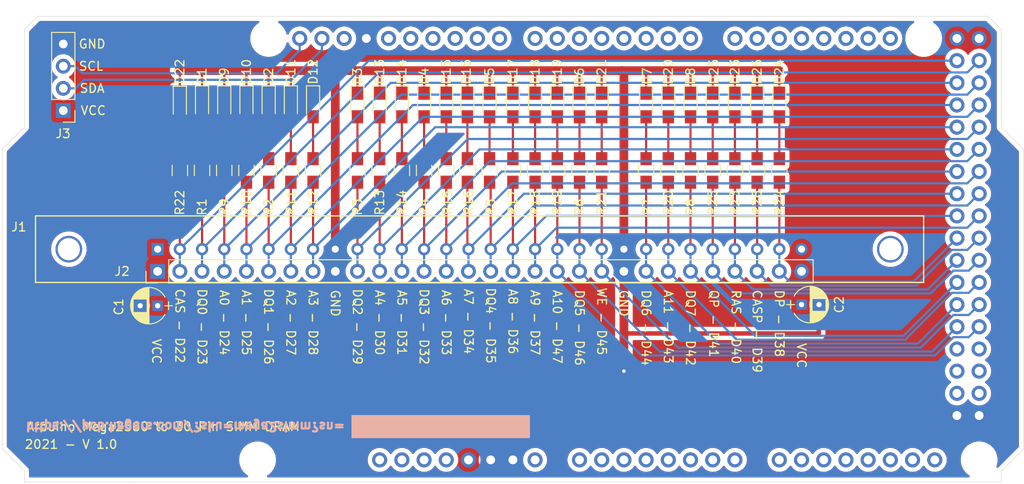
<source format=kicad_pcb>
(kicad_pcb (version 20171130) (host pcbnew "(5.1.9)-1")
  (layers (0 F.Cu signal) (31 B.Cu signal) (34 B.Paste user) (35 F.Paste user) (36 B.SilkS user) (37 F.SilkS user) (38 B.Mask user) (39 F.Mask user) (44 Edge.Cuts user))
  (net 0 "")
  (net 1 VCC)
  (net 2 GND)
  (net 3 CAS)
  (net 4 DQ0)
  (net 5 A0)
  (net 6 A1)
  (net 7 DQ1)
  (net 8 A2)
  (net 9 A3)
  (net 10 DQ2)
  (net 11 A4)
  (net 12 A5)
  (net 13 DQ3)
  (net 14 A6)
  (net 15 A7)
  (net 16 DQ4)
  (net 17 A8)
  (net 18 A9)
  (net 19 A10)
  (net 20 DQ5)
  (net 21 WE)
  (net 22 DQ6)
  (net 23 A11)
  (net 24 DQ7)
  (net 25 QP)
  (net 26 RAS)
  (net 27 CASP)
  (net 28 DP)
  (net 29 SDA1)
  (net 30 SCL1)
  (net 31 "Net-(U1-PadD53)")
  (net 32 "Net-(U1-PadD52)")
  (net 33 "Net-(U1-PadD51)")
  (net 34 "Net-(U1-PadD50)")
  (net 35 "Net-(U1-PadD49)")
  (net 36 "Net-(U1-PadD48)")
  (net 37 "Net-(U1-PadCANT)")
  (net 38 "Net-(U1-PadCANR)")
  (net 39 "Net-(U1-PadDAC1)")
  (net 40 "Net-(U1-PadDAC0)")
  (net 41 "Net-(U1-PadA11)")
  (net 42 "Net-(U1-PadA10)")
  (net 43 "Net-(U1-PadA9)")
  (net 44 "Net-(U1-PadA8)")
  (net 45 "Net-(U1-PadA7)")
  (net 46 "Net-(U1-PadA6)")
  (net 47 "Net-(U1-PadA5)")
  (net 48 "Net-(U1-PadA4)")
  (net 49 "Net-(U1-PadA3)")
  (net 50 "Net-(U1-PadA2)")
  (net 51 "Net-(U1-PadA1)")
  (net 52 "Net-(U1-PadD11)")
  (net 53 "Net-(U1-PadD12)")
  (net 54 "Net-(U1-PadD13)")
  (net 55 "Net-(U1-PadAREF)")
  (net 56 "Net-(U1-PadD10)")
  (net 57 "Net-(U1-PadD9)")
  (net 58 "Net-(U1-PadD8)")
  (net 59 "Net-(U1-PadD7)")
  (net 60 "Net-(U1-PadD6)")
  (net 61 "Net-(U1-PadD5)")
  (net 62 "Net-(U1-PadD4)")
  (net 63 "Net-(U1-PadD3)")
  (net 64 "Net-(U1-PadD2)")
  (net 65 "Net-(U1-PadD1)")
  (net 66 "Net-(U1-PadD0)")
  (net 67 "Net-(U1-PadD14)")
  (net 68 "Net-(U1-PadD15)")
  (net 69 "Net-(U1-PadD16)")
  (net 70 "Net-(U1-PadD17)")
  (net 71 "Net-(U1-PadD18)")
  (net 72 "Net-(U1-PadD19)")
  (net 73 "Net-(U1-PadD20)")
  (net 74 "Net-(U1-PadD21)")
  (net 75 "Net-(U1-PadIORF)")
  (net 76 "Net-(U1-PadRST1)")
  (net 77 "Net-(U1-Pad3V3)")
  (net 78 "Net-(U1-PadVIN)")
  (net 79 "Net-(U1-PadA0)")
  (net 80 "Net-(D1-Pad2)")
  (net 81 "Net-(D3-Pad2)")
  (net 82 "Net-(D5-Pad2)")
  (net 83 "Net-(D7-Pad2)")
  (net 84 "Net-(D9-Pad2)")
  (net 85 "Net-(D11-Pad2)")
  (net 86 "Net-(D13-Pad2)")
  (net 87 "Net-(D15-Pad2)")
  (net 88 "Net-(D18-Pad2)")
  (net 89 "Net-(D22-Pad2)")
  (net 90 "Net-(D25-Pad2)")
  (net 91 "Net-(D2-Pad2)")
  (net 92 "Net-(D4-Pad2)")
  (net 93 "Net-(D6-Pad2)")
  (net 94 "Net-(D8-Pad2)")
  (net 95 "Net-(D10-Pad2)")
  (net 96 "Net-(D12-Pad2)")
  (net 97 "Net-(D14-Pad2)")
  (net 98 "Net-(D16-Pad2)")
  (net 99 "Net-(D17-Pad2)")
  (net 100 "Net-(D19-Pad2)")
  (net 101 "Net-(D20-Pad2)")
  (net 102 "Net-(D21-Pad2)")
  (net 103 "Net-(D23-Pad2)")
  (net 104 "Net-(D24-Pad2)")
  (net 105 "Net-(D26-Pad2)")
  (module Resistors_SMD:R_0805_HandSoldering (layer F.Cu) (at 187.325 91.313 90)
    (fp_text reference R26 (at -3.683 0 90) (layer F.SilkS))
    (fp_text value R)
    (pad 1 smd rect (at -1.35 0 90) (size 1.5 1.3) (layers F.Cu F.Paste F.Mask) (net 27 CASP))
    (pad 2 smd rect (at 1.35 0 90) (size 1.5 1.3) (layers F.Cu F.Paste F.Mask) (net 105 "Net-(D26-Pad2)"))
  )
  (module Resistors_SMD:R_0805_HandSoldering (layer F.Cu) (at 189.865 91.313 90)
    (fp_text reference R24 (at -3.683 0 90) (layer F.SilkS))
    (fp_text value R)
    (pad 1 smd rect (at -1.35 0 90) (size 1.5 1.3) (layers F.Cu F.Paste F.Mask) (net 28 DP))
    (pad 2 smd rect (at 1.35 0 90) (size 1.5 1.3) (layers F.Cu F.Paste F.Mask) (net 104 "Net-(D24-Pad2)"))
  )
  (module Resistors_SMD:R_0805_HandSoldering (layer F.Cu) (at 184.785 91.313 90)
    (fp_text reference R23 (at -3.683 0 90) (layer F.SilkS))
    (fp_text value R)
    (pad 1 smd rect (at -1.35 0 90) (size 1.5 1.3) (layers F.Cu F.Paste F.Mask) (net 26 RAS))
    (pad 2 smd rect (at 1.35 0 90) (size 1.5 1.3) (layers F.Cu F.Paste F.Mask) (net 103 "Net-(D23-Pad2)"))
  )
  (module Resistors_SMD:R_0805_HandSoldering (layer F.Cu) (at 169.545 91.313 90)
    (fp_text reference R21 (at -3.683 0 90) (layer F.SilkS))
    (fp_text value R)
    (pad 1 smd rect (at -1.35 0 90) (size 1.5 1.3) (layers F.Cu F.Paste F.Mask) (net 21 WE))
    (pad 2 smd rect (at 1.35 0 90) (size 1.5 1.3) (layers F.Cu F.Paste F.Mask) (net 102 "Net-(D21-Pad2)"))
  )
  (module Resistors_SMD:R_0805_HandSoldering (layer F.Cu) (at 177.165 91.313 90)
    (fp_text reference R20 (at -3.683 0 90) (layer F.SilkS))
    (fp_text value R)
    (pad 1 smd rect (at -1.35 0 90) (size 1.5 1.3) (layers F.Cu F.Paste F.Mask) (net 23 A11))
    (pad 2 smd rect (at 1.35 0 90) (size 1.5 1.3) (layers F.Cu F.Paste F.Mask) (net 101 "Net-(D20-Pad2)"))
  )
  (module Resistors_SMD:R_0805_HandSoldering (layer F.Cu) (at 164.465 91.313 90)
    (fp_text reference R19 (at -3.683 0 90) (layer F.SilkS))
    (fp_text value R)
    (pad 1 smd rect (at -1.35 0 90) (size 1.5 1.3) (layers F.Cu F.Paste F.Mask) (net 19 A10))
    (pad 2 smd rect (at 1.35 0 90) (size 1.5 1.3) (layers F.Cu F.Paste F.Mask) (net 100 "Net-(D19-Pad2)"))
  )
  (module Resistors_SMD:R_0805_HandSoldering (layer F.Cu) (at 159.385 91.313 90)
    (fp_text reference R17 (at -3.683 0 90) (layer F.SilkS))
    (fp_text value R)
    (pad 1 smd rect (at -1.35 0 90) (size 1.5 1.3) (layers F.Cu F.Paste F.Mask) (net 17 A8))
    (pad 2 smd rect (at 1.35 0 90) (size 1.5 1.3) (layers F.Cu F.Paste F.Mask) (net 99 "Net-(D17-Pad2)"))
  )
  (module Resistors_SMD:R_0805_HandSoldering (layer F.Cu) (at 154.178 91.313 90)
    (fp_text reference R16 (at -3.683 0.127 90) (layer F.SilkS))
    (fp_text value R)
    (pad 1 smd rect (at -1.35 0 90) (size 1.5 1.3) (layers F.Cu F.Paste F.Mask) (net 15 A7))
    (pad 2 smd rect (at 1.35 0 90) (size 1.5 1.3) (layers F.Cu F.Paste F.Mask) (net 98 "Net-(D16-Pad2)"))
  )
  (module Resistors_SMD:R_0805_HandSoldering (layer F.Cu) (at 146.685 91.313 90)
    (fp_text reference R14 (at -3.683 0 90) (layer F.SilkS))
    (fp_text value R)
    (pad 1 smd rect (at -1.35 0 90) (size 1.5 1.3) (layers F.Cu F.Paste F.Mask) (net 12 A5))
    (pad 2 smd rect (at 1.35 0 90) (size 1.5 1.3) (layers F.Cu F.Paste F.Mask) (net 97 "Net-(D14-Pad2)"))
  )
  (module Resistors_SMD:R_0805_HandSoldering (layer F.Cu) (at 136.525 91.313 90)
    (fp_text reference R12 (at -3.683 0 90) (layer F.SilkS))
    (fp_text value R)
    (pad 1 smd rect (at -1.35 0 90) (size 1.5 1.3) (layers F.Cu F.Paste F.Mask) (net 9 A3))
    (pad 2 smd rect (at 1.35 0 90) (size 1.5 1.3) (layers F.Cu F.Paste F.Mask) (net 96 "Net-(D12-Pad2)"))
  )
  (module Resistors_SMD:R_0805_HandSoldering (layer F.Cu) (at 128.905 91.313 90)
    (fp_text reference R10 (at -3.683 0 90) (layer F.SilkS))
    (fp_text value R)
    (pad 1 smd rect (at -1.35 0 90) (size 1.5 1.3) (layers F.Cu F.Paste F.Mask) (net 6 A1))
    (pad 2 smd rect (at 1.35 0 90) (size 1.5 1.3) (layers F.Cu F.Paste F.Mask) (net 95 "Net-(D10-Pad2)"))
  )
  (module Resistors_SMD:R_0805_HandSoldering (layer F.Cu) (at 179.705 91.313 90)
    (fp_text reference R8 (at -4.191 0 90) (layer F.SilkS))
    (fp_text value R)
    (pad 1 smd rect (at -1.35 0 90) (size 1.5 1.3) (layers F.Cu F.Paste F.Mask) (net 24 DQ7))
    (pad 2 smd rect (at 1.35 0 90) (size 1.5 1.3) (layers F.Cu F.Paste F.Mask) (net 94 "Net-(D8-Pad2)"))
  )
  (module Resistors_SMD:R_0805_HandSoldering (layer F.Cu) (at 167.005 91.313 90)
    (fp_text reference R6 (at -4.191 0 90) (layer F.SilkS))
    (fp_text value R)
    (pad 1 smd rect (at -1.35 0 90) (size 1.5 1.3) (layers F.Cu F.Paste F.Mask) (net 20 DQ5))
    (pad 2 smd rect (at 1.35 0 90) (size 1.5 1.3) (layers F.Cu F.Paste F.Mask) (net 93 "Net-(D6-Pad2)"))
  )
  (module Resistors_SMD:R_0805_HandSoldering (layer F.Cu) (at 149.225 91.313 90)
    (fp_text reference R4 (at -4.191 0 90) (layer F.SilkS))
    (fp_text value R)
    (pad 1 smd rect (at -1.35 0 90) (size 1.5 1.3) (layers F.Cu F.Paste F.Mask) (net 13 DQ3))
    (pad 2 smd rect (at 1.35 0 90) (size 1.5 1.3) (layers F.Cu F.Paste F.Mask) (net 92 "Net-(D4-Pad2)"))
  )
  (module Resistors_SMD:R_0805_HandSoldering (layer F.Cu) (at 131.445 91.313 90)
    (fp_text reference R2 (at -4.191 0 90) (layer F.SilkS))
    (fp_text value R)
    (pad 1 smd rect (at -1.35 0 90) (size 1.5 1.3) (layers F.Cu F.Paste F.Mask) (net 7 DQ1))
    (pad 2 smd rect (at 1.35 0 90) (size 1.5 1.3) (layers F.Cu F.Paste F.Mask) (net 91 "Net-(D2-Pad2)"))
  )
  (module LEDs:LED_0805_HandSoldering (layer F.Cu) (at 187.325 83.82 270)
    (fp_text reference D26 (at -3.81 0 90) (layer F.SilkS))
    (fp_text value LED)
    (pad 1 smd rect (at -1.35 0 270) (size 1.5 1.3) (layers F.Cu F.Paste F.Mask) (net 2 GND))
    (pad 2 smd rect (at 1.35 0 270) (size 1.5 1.3) (layers F.Cu F.Paste F.Mask) (net 105 "Net-(D26-Pad2)"))
  )
  (module LEDs:LED_0805_HandSoldering (layer F.Cu) (at 189.865 83.82 270)
    (fp_text reference D24 (at -3.81 0 90) (layer F.SilkS))
    (fp_text value LED)
    (pad 1 smd rect (at -1.35 0 270) (size 1.5 1.3) (layers F.Cu F.Paste F.Mask) (net 2 GND))
    (pad 2 smd rect (at 1.35 0 270) (size 1.5 1.3) (layers F.Cu F.Paste F.Mask) (net 104 "Net-(D24-Pad2)"))
  )
  (module LEDs:LED_0805_HandSoldering (layer F.Cu) (at 184.785 83.82 270)
    (fp_text reference D23 (at -3.81 0 90) (layer F.SilkS))
    (fp_text value LED)
    (pad 1 smd rect (at -1.35 0 270) (size 1.5 1.3) (layers F.Cu F.Paste F.Mask) (net 2 GND))
    (pad 2 smd rect (at 1.35 0 270) (size 1.5 1.3) (layers F.Cu F.Paste F.Mask) (net 103 "Net-(D23-Pad2)"))
  )
  (module LEDs:LED_0805_HandSoldering (layer F.Cu) (at 169.545 83.82 270)
    (fp_text reference D21 (at -3.81 0 90) (layer F.SilkS))
    (fp_text value LED)
    (pad 1 smd rect (at -1.35 0 270) (size 1.5 1.3) (layers F.Cu F.Paste F.Mask) (net 2 GND))
    (pad 2 smd rect (at 1.35 0 270) (size 1.5 1.3) (layers F.Cu F.Paste F.Mask) (net 102 "Net-(D21-Pad2)"))
  )
  (module LEDs:LED_0805_HandSoldering (layer F.Cu) (at 177.165 83.82 270)
    (fp_text reference D20 (at -3.81 0 90) (layer F.SilkS))
    (fp_text value LED)
    (pad 1 smd rect (at -1.35 0 270) (size 1.5 1.3) (layers F.Cu F.Paste F.Mask) (net 2 GND))
    (pad 2 smd rect (at 1.35 0 270) (size 1.5 1.3) (layers F.Cu F.Paste F.Mask) (net 101 "Net-(D20-Pad2)"))
  )
  (module LEDs:LED_0805_HandSoldering (layer F.Cu) (at 164.465 83.82 270)
    (fp_text reference D19 (at -3.81 0 90) (layer F.SilkS))
    (fp_text value LED)
    (pad 1 smd rect (at -1.35 0 270) (size 1.5 1.3) (layers F.Cu F.Paste F.Mask) (net 2 GND))
    (pad 2 smd rect (at 1.35 0 270) (size 1.5 1.3) (layers F.Cu F.Paste F.Mask) (net 100 "Net-(D19-Pad2)"))
  )
  (module LEDs:LED_0805_HandSoldering (layer F.Cu) (at 159.385 83.82 270)
    (fp_text reference D17 (at -3.81 0 90) (layer F.SilkS))
    (fp_text value LED)
    (pad 1 smd rect (at -1.35 0 270) (size 1.5 1.3) (layers F.Cu F.Paste F.Mask) (net 2 GND))
    (pad 2 smd rect (at 1.35 0 270) (size 1.5 1.3) (layers F.Cu F.Paste F.Mask) (net 99 "Net-(D17-Pad2)"))
  )
  (module LEDs:LED_0805_HandSoldering (layer F.Cu) (at 154.178 83.82 270)
    (fp_text reference D16 (at -3.81 0.127 90) (layer F.SilkS))
    (fp_text value LED)
    (pad 1 smd rect (at -1.35 0 270) (size 1.5 1.3) (layers F.Cu F.Paste F.Mask) (net 2 GND))
    (pad 2 smd rect (at 1.35 0 270) (size 1.5 1.3) (layers F.Cu F.Paste F.Mask) (net 98 "Net-(D16-Pad2)"))
  )
  (module LEDs:LED_0805_HandSoldering (layer F.Cu) (at 146.685 83.82 270)
    (fp_text reference D14 (at -3.81 0 90) (layer F.SilkS))
    (fp_text value LED)
    (pad 1 smd rect (at -1.35 0 270) (size 1.5 1.3) (layers F.Cu F.Paste F.Mask) (net 2 GND))
    (pad 2 smd rect (at 1.35 0 270) (size 1.5 1.3) (layers F.Cu F.Paste F.Mask) (net 97 "Net-(D14-Pad2)"))
  )
  (module LEDs:LED_0805_HandSoldering (layer F.Cu) (at 136.525 83.82 270)
    (fp_text reference D12 (at -3.81 0 90) (layer F.SilkS))
    (fp_text value LED)
    (pad 1 smd rect (at -1.35 0 270) (size 1.5 1.3) (layers F.Cu F.Paste F.Mask) (net 2 GND))
    (pad 2 smd rect (at 1.35 0 270) (size 1.5 1.3) (layers F.Cu F.Paste F.Mask) (net 96 "Net-(D12-Pad2)"))
  )
  (module LEDs:LED_0805_HandSoldering (layer F.Cu) (at 128.905 83.82 270)
    (fp_text reference D10 (at -3.81 0 90) (layer F.SilkS))
    (fp_text value LED)
    (pad 1 smd rect (at -1.35 0 270) (size 1.5 1.3) (layers F.Cu F.Paste F.Mask) (net 2 GND))
    (pad 2 smd rect (at 1.35 0 270) (size 1.5 1.3) (layers F.Cu F.Paste F.Mask) (net 95 "Net-(D10-Pad2)"))
  )
  (module LEDs:LED_0805_HandSoldering (layer F.Cu) (at 179.705 83.82 270)
    (fp_text reference D8 (at -3.302 0 90) (layer F.SilkS))
    (fp_text value LED)
    (pad 1 smd rect (at -1.35 0 270) (size 1.5 1.3) (layers F.Cu F.Paste F.Mask) (net 2 GND))
    (pad 2 smd rect (at 1.35 0 270) (size 1.5 1.3) (layers F.Cu F.Paste F.Mask) (net 94 "Net-(D8-Pad2)"))
  )
  (module LEDs:LED_0805_HandSoldering (layer F.Cu) (at 167.005 83.82 270)
    (fp_text reference D6 (at -3.302 0 90) (layer F.SilkS))
    (fp_text value LED)
    (pad 1 smd rect (at -1.35 0 270) (size 1.5 1.3) (layers F.Cu F.Paste F.Mask) (net 2 GND))
    (pad 2 smd rect (at 1.35 0 270) (size 1.5 1.3) (layers F.Cu F.Paste F.Mask) (net 93 "Net-(D6-Pad2)"))
  )
  (module LEDs:LED_0805_HandSoldering (layer F.Cu) (at 149.225 83.82 270)
    (fp_text reference D4 (at -3.302 0 90) (layer F.SilkS))
    (fp_text value LED)
    (pad 1 smd rect (at -1.35 0 270) (size 1.5 1.3) (layers F.Cu F.Paste F.Mask) (net 2 GND))
    (pad 2 smd rect (at 1.35 0 270) (size 1.5 1.3) (layers F.Cu F.Paste F.Mask) (net 92 "Net-(D4-Pad2)"))
  )
  (module LEDs:LED_0805_HandSoldering (layer F.Cu) (at 131.445 83.82 270)
    (fp_text reference D2 (at -3.302 0 90) (layer F.SilkS))
    (fp_text value LED)
    (pad 1 smd rect (at -1.35 0 270) (size 1.5 1.3) (layers F.Cu F.Paste F.Mask) (net 2 GND))
    (pad 2 smd rect (at 1.35 0 270) (size 1.5 1.3) (layers F.Cu F.Paste F.Mask) (net 91 "Net-(D2-Pad2)"))
  )
  (module Resistors_SMD:R_0805_HandSoldering (layer F.Cu) (at 182.245 91.313 90)
    (fp_text reference R25 (at -3.683 0 90) (layer F.SilkS))
    (fp_text value R)
    (pad 1 smd rect (at -1.35 0 90) (size 1.5 1.3) (layers F.Cu F.Paste F.Mask) (net 25 QP))
    (pad 2 smd rect (at 1.35 0 90) (size 1.5 1.3) (layers F.Cu F.Paste F.Mask) (net 90 "Net-(D25-Pad2)"))
  )
  (module Resistors_SMD:R_0805_HandSoldering (layer F.Cu) (at 121.285 91.313 90)
    (fp_text reference R22 (at -3.683 0 90) (layer F.SilkS))
    (fp_text value R)
    (pad 1 smd rect (at -1.35 0 90) (size 1.5 1.3) (layers F.Cu F.Paste F.Mask) (net 3 CAS))
    (pad 2 smd rect (at 1.35 0 90) (size 1.5 1.3) (layers F.Cu F.Paste F.Mask) (net 89 "Net-(D22-Pad2)"))
  )
  (module Resistors_SMD:R_0805_HandSoldering (layer F.Cu) (at 161.925 91.313 90)
    (fp_text reference R18 (at -3.683 0 90) (layer F.SilkS))
    (fp_text value R)
    (pad 1 smd rect (at -1.35 0 90) (size 1.5 1.3) (layers F.Cu F.Paste F.Mask) (net 18 A9))
    (pad 2 smd rect (at 1.35 0 90) (size 1.5 1.3) (layers F.Cu F.Paste F.Mask) (net 88 "Net-(D18-Pad2)"))
  )
  (module Resistors_SMD:R_0805_HandSoldering (layer F.Cu) (at 151.765 91.313 90)
    (fp_text reference R15 (at -3.683 0.127 90) (layer F.SilkS))
    (fp_text value R)
    (pad 1 smd rect (at -1.35 0 90) (size 1.5 1.3) (layers F.Cu F.Paste F.Mask) (net 14 A6))
    (pad 2 smd rect (at 1.35 0 90) (size 1.5 1.3) (layers F.Cu F.Paste F.Mask) (net 87 "Net-(D15-Pad2)"))
  )
  (module Resistors_SMD:R_0805_HandSoldering (layer F.Cu) (at 144.145 91.313 90)
    (fp_text reference R13 (at -3.683 0 90) (layer F.SilkS))
    (fp_text value R)
    (pad 1 smd rect (at -1.35 0 90) (size 1.5 1.3) (layers F.Cu F.Paste F.Mask) (net 11 A4))
    (pad 2 smd rect (at 1.35 0 90) (size 1.5 1.3) (layers F.Cu F.Paste F.Mask) (net 86 "Net-(D13-Pad2)"))
  )
  (module Resistors_SMD:R_0805_HandSoldering (layer F.Cu) (at 133.985 91.313 90)
    (fp_text reference R11 (at -3.683 0 90) (layer F.SilkS))
    (fp_text value R)
    (pad 1 smd rect (at -1.35 0 90) (size 1.5 1.3) (layers F.Cu F.Paste F.Mask) (net 8 A2))
    (pad 2 smd rect (at 1.35 0 90) (size 1.5 1.3) (layers F.Cu F.Paste F.Mask) (net 85 "Net-(D11-Pad2)"))
  )
  (module Resistors_SMD:R_0805_HandSoldering (layer F.Cu) (at 126.365 91.313 90)
    (fp_text reference R9 (at -4.191 0 90) (layer F.SilkS))
    (fp_text value R)
    (pad 1 smd rect (at -1.35 0 90) (size 1.5 1.3) (layers F.Cu F.Paste F.Mask) (net 5 A0))
    (pad 2 smd rect (at 1.35 0 90) (size 1.5 1.3) (layers F.Cu F.Paste F.Mask) (net 84 "Net-(D9-Pad2)"))
  )
  (module Resistors_SMD:R_0805_HandSoldering (layer F.Cu) (at 174.625 91.313 90)
    (fp_text reference R7 (at -4.191 0.127 90) (layer F.SilkS))
    (fp_text value R)
    (pad 1 smd rect (at -1.35 0 90) (size 1.5 1.3) (layers F.Cu F.Paste F.Mask) (net 22 DQ6))
    (pad 2 smd rect (at 1.35 0 90) (size 1.5 1.3) (layers F.Cu F.Paste F.Mask) (net 83 "Net-(D7-Pad2)"))
  )
  (module Resistors_SMD:R_0805_HandSoldering (layer F.Cu) (at 156.718 91.313 90)
    (fp_text reference R5 (at -4.191 0.127 90) (layer F.SilkS))
    (fp_text value R)
    (pad 1 smd rect (at -1.35 0 90) (size 1.5 1.3) (layers F.Cu F.Paste F.Mask) (net 16 DQ4))
    (pad 2 smd rect (at 1.35 0 90) (size 1.5 1.3) (layers F.Cu F.Paste F.Mask) (net 82 "Net-(D5-Pad2)"))
  )
  (module Resistors_SMD:R_0805_HandSoldering (layer F.Cu) (at 141.605 91.313 90)
    (fp_text reference R3 (at -4.191 0 90) (layer F.SilkS))
    (fp_text value R)
    (pad 1 smd rect (at -1.35 0 90) (size 1.5 1.3) (layers F.Cu F.Paste F.Mask) (net 10 DQ2))
    (pad 2 smd rect (at 1.35 0 90) (size 1.5 1.3) (layers F.Cu F.Paste F.Mask) (net 81 "Net-(D3-Pad2)"))
  )
  (module Resistors_SMD:R_0805_HandSoldering (layer F.Cu) (at 123.825 91.313 90)
    (fp_text reference R1 (at -4.191 0 90) (layer F.SilkS))
    (fp_text value R)
    (pad 1 smd rect (at -1.35 0 90) (size 1.5 1.3) (layers F.Cu F.Paste F.Mask) (net 4 DQ0))
    (pad 2 smd rect (at 1.35 0 90) (size 1.5 1.3) (layers F.Cu F.Paste F.Mask) (net 80 "Net-(D1-Pad2)"))
  )
  (module LEDs:LED_0805_HandSoldering (layer F.Cu) (at 182.245 83.82 270)
    (fp_text reference D25 (at -3.81 -0.127 90) (layer F.SilkS))
    (fp_text value LED)
    (pad 1 smd rect (at -1.35 0 270) (size 1.5 1.3) (layers F.Cu F.Paste F.Mask) (net 2 GND))
    (pad 2 smd rect (at 1.35 0 270) (size 1.5 1.3) (layers F.Cu F.Paste F.Mask) (net 90 "Net-(D25-Pad2)"))
  )
  (module LEDs:LED_0805_HandSoldering (layer F.Cu) (at 121.285 83.867 270)
    (fp_text reference D22 (at -3.857 0 90) (layer F.SilkS))
    (fp_text value LED)
    (pad 1 smd rect (at -1.35 0 270) (size 1.5 1.3) (layers F.Cu F.Paste F.Mask) (net 2 GND))
    (pad 2 smd rect (at 1.35 0 270) (size 1.5 1.3) (layers F.Cu F.Paste F.Mask) (net 89 "Net-(D22-Pad2)"))
  )
  (module LEDs:LED_0805_HandSoldering (layer F.Cu) (at 161.925 83.82 270)
    (fp_text reference D18 (at -3.81 0 90) (layer F.SilkS))
    (fp_text value LED)
    (pad 1 smd rect (at -1.35 0 270) (size 1.5 1.3) (layers F.Cu F.Paste F.Mask) (net 2 GND))
    (pad 2 smd rect (at 1.35 0 270) (size 1.5 1.3) (layers F.Cu F.Paste F.Mask) (net 88 "Net-(D18-Pad2)"))
  )
  (module LEDs:LED_0805_HandSoldering (layer F.Cu) (at 151.765 83.82 270)
    (fp_text reference D15 (at -3.81 0 90) (layer F.SilkS))
    (fp_text value LED)
    (pad 1 smd rect (at -1.35 0 270) (size 1.5 1.3) (layers F.Cu F.Paste F.Mask) (net 2 GND))
    (pad 2 smd rect (at 1.35 0 270) (size 1.5 1.3) (layers F.Cu F.Paste F.Mask) (net 87 "Net-(D15-Pad2)"))
  )
  (module LEDs:LED_0805_HandSoldering (layer F.Cu) (at 144.145 83.82 270)
    (fp_text reference D13 (at -3.81 0 90) (layer F.SilkS))
    (fp_text value LED)
    (pad 1 smd rect (at -1.35 0 270) (size 1.5 1.3) (layers F.Cu F.Paste F.Mask) (net 2 GND))
    (pad 2 smd rect (at 1.35 0 270) (size 1.5 1.3) (layers F.Cu F.Paste F.Mask) (net 86 "Net-(D13-Pad2)"))
  )
  (module LEDs:LED_0805_HandSoldering (layer F.Cu) (at 133.985 83.82 270)
    (fp_text reference D11 (at -3.81 0 90) (layer F.SilkS))
    (fp_text value LED)
    (pad 1 smd rect (at -1.35 0 270) (size 1.5 1.3) (layers F.Cu F.Paste F.Mask) (net 2 GND))
    (pad 2 smd rect (at 1.35 0 270) (size 1.5 1.3) (layers F.Cu F.Paste F.Mask) (net 85 "Net-(D11-Pad2)"))
  )
  (module LEDs:LED_0805_HandSoldering (layer F.Cu) (at 126.365 83.82 270)
    (fp_text reference D9 (at -3.302 0 90) (layer F.SilkS))
    (fp_text value LED)
    (pad 1 smd rect (at -1.35 0 270) (size 1.5 1.3) (layers F.Cu F.Paste F.Mask) (net 2 GND))
    (pad 2 smd rect (at 1.35 0 270) (size 1.5 1.3) (layers F.Cu F.Paste F.Mask) (net 84 "Net-(D9-Pad2)"))
  )
  (module LEDs:LED_0805_HandSoldering (layer F.Cu) (at 174.625 83.82 270)
    (fp_text reference D7 (at -3.302 -0.127 90) (layer F.SilkS))
    (fp_text value LED)
    (pad 1 smd rect (at -1.35 0 270) (size 1.5 1.3) (layers F.Cu F.Paste F.Mask) (net 2 GND))
    (pad 2 smd rect (at 1.35 0 270) (size 1.5 1.3) (layers F.Cu F.Paste F.Mask) (net 83 "Net-(D7-Pad2)"))
  )
  (module LEDs:LED_0805_HandSoldering (layer F.Cu) (at 156.718 83.82 270)
    (fp_text reference D5 (at -3.302 0 90) (layer F.SilkS))
    (fp_text value LED)
    (pad 1 smd rect (at -1.35 0 270) (size 1.5 1.3) (layers F.Cu F.Paste F.Mask) (net 2 GND))
    (pad 2 smd rect (at 1.35 0 270) (size 1.5 1.3) (layers F.Cu F.Paste F.Mask) (net 82 "Net-(D5-Pad2)"))
  )
  (module LEDs:LED_0805_HandSoldering (layer F.Cu) (at 141.605 83.82 270)
    (fp_text reference D3 (at -3.302 0 90) (layer F.SilkS))
    (fp_text value LED)
    (pad 1 smd rect (at -1.35 0 270) (size 1.5 1.3) (layers F.Cu F.Paste F.Mask) (net 2 GND))
    (pad 2 smd rect (at 1.35 0 270) (size 1.5 1.3) (layers F.Cu F.Paste F.Mask) (net 81 "Net-(D3-Pad2)"))
  )
  (module LEDs:LED_0805_HandSoldering (layer F.Cu) (at 123.825 83.82 270)
    (fp_text reference D1 (at -3.302 0 90) (layer F.SilkS))
    (fp_text value LED)
    (pad 1 smd rect (at -1.35 0 270) (size 1.5 1.3) (layers F.Cu F.Paste F.Mask) (net 2 GND))
    (pad 2 smd rect (at 1.35 0 270) (size 1.5 1.3) (layers F.Cu F.Paste F.Mask) (net 80 "Net-(D1-Pad2)"))
  )
  (module Sebs:Arduino_Due_Shield (layer F.Cu) (at 116.205 127)
    (fp_text reference U1 hide)
    (fp_text value Mega2560r3_expansion)
    (pad GND6 thru_hole oval (at 96.52 -7.62) (size 1.7272 1.7272) (drill 1.016) (layers *.Cu *.Mask) (net 2 GND))
    (pad GND5 thru_hole oval (at 93.98 -7.62) (size 1.7272 1.7272) (drill 1.016) (layers *.Cu *.Mask) (net 2 GND))
    (pad D53 thru_hole oval (at 96.52 -10.16) (size 1.7272 1.7272) (drill 1.016) (layers *.Cu *.Mask) (net 31 "Net-(U1-PadD53)"))
    (pad D52 thru_hole oval (at 93.98 -10.16) (size 1.7272 1.7272) (drill 1.016) (layers *.Cu *.Mask) (net 32 "Net-(U1-PadD52)"))
    (pad D51 thru_hole oval (at 96.52 -12.7) (size 1.7272 1.7272) (drill 1.016) (layers *.Cu *.Mask) (net 33 "Net-(U1-PadD51)"))
    (pad D50 thru_hole oval (at 93.98 -12.7) (size 1.7272 1.7272) (drill 1.016) (layers *.Cu *.Mask) (net 34 "Net-(U1-PadD50)"))
    (pad D49 thru_hole oval (at 96.52 -15.24) (size 1.7272 1.7272) (drill 1.016) (layers *.Cu *.Mask) (net 35 "Net-(U1-PadD49)"))
    (pad D48 thru_hole oval (at 93.98 -15.24) (size 1.7272 1.7272) (drill 1.016) (layers *.Cu *.Mask) (net 36 "Net-(U1-PadD48)"))
    (pad D47 thru_hole oval (at 96.52 -17.78) (size 1.7272 1.7272) (drill 1.016) (layers *.Cu *.Mask) (net 19 A10))
    (pad D46 thru_hole oval (at 93.98 -17.78) (size 1.7272 1.7272) (drill 1.016) (layers *.Cu *.Mask) (net 20 DQ5))
    (pad D45 thru_hole oval (at 96.52 -20.32) (size 1.7272 1.7272) (drill 1.016) (layers *.Cu *.Mask) (net 21 WE))
    (pad D44 thru_hole oval (at 93.98 -20.32) (size 1.7272 1.7272) (drill 1.016) (layers *.Cu *.Mask) (net 22 DQ6))
    (pad D43 thru_hole oval (at 96.52 -22.86) (size 1.7272 1.7272) (drill 1.016) (layers *.Cu *.Mask) (net 23 A11))
    (pad D42 thru_hole oval (at 93.98 -22.86) (size 1.7272 1.7272) (drill 1.016) (layers *.Cu *.Mask) (net 24 DQ7))
    (pad D41 thru_hole oval (at 96.52 -25.4) (size 1.7272 1.7272) (drill 1.016) (layers *.Cu *.Mask) (net 25 QP))
    (pad D40 thru_hole oval (at 93.98 -25.4) (size 1.7272 1.7272) (drill 1.016) (layers *.Cu *.Mask) (net 26 RAS))
    (pad D39 thru_hole oval (at 96.52 -27.94) (size 1.7272 1.7272) (drill 1.016) (layers *.Cu *.Mask) (net 27 CASP))
    (pad D38 thru_hole oval (at 93.98 -27.94) (size 1.7272 1.7272) (drill 1.016) (layers *.Cu *.Mask) (net 28 DP))
    (pad D37 thru_hole oval (at 96.52 -30.48) (size 1.7272 1.7272) (drill 1.016) (layers *.Cu *.Mask) (net 18 A9))
    (pad D36 thru_hole oval (at 93.98 -30.48) (size 1.7272 1.7272) (drill 1.016) (layers *.Cu *.Mask) (net 17 A8))
    (pad D35 thru_hole oval (at 96.52 -33.02) (size 1.7272 1.7272) (drill 1.016) (layers *.Cu *.Mask) (net 16 DQ4))
    (pad D34 thru_hole oval (at 93.98 -33.02) (size 1.7272 1.7272) (drill 1.016) (layers *.Cu *.Mask) (net 15 A7))
    (pad D33 thru_hole oval (at 96.52 -35.56) (size 1.7272 1.7272) (drill 1.016) (layers *.Cu *.Mask) (net 14 A6))
    (pad D32 thru_hole oval (at 93.98 -35.56) (size 1.7272 1.7272) (drill 1.016) (layers *.Cu *.Mask) (net 13 DQ3))
    (pad D31 thru_hole oval (at 96.52 -38.1) (size 1.7272 1.7272) (drill 1.016) (layers *.Cu *.Mask) (net 12 A5))
    (pad D30 thru_hole oval (at 93.98 -38.1) (size 1.7272 1.7272) (drill 1.016) (layers *.Cu *.Mask) (net 11 A4))
    (pad D29 thru_hole oval (at 96.52 -40.64) (size 1.7272 1.7272) (drill 1.016) (layers *.Cu *.Mask) (net 10 DQ2))
    (pad D28 thru_hole oval (at 93.98 -40.64) (size 1.7272 1.7272) (drill 1.016) (layers *.Cu *.Mask) (net 9 A3))
    (pad D27 thru_hole oval (at 96.52 -43.18) (size 1.7272 1.7272) (drill 1.016) (layers *.Cu *.Mask) (net 8 A2))
    (pad D26 thru_hole oval (at 93.98 -43.18) (size 1.7272 1.7272) (drill 1.016) (layers *.Cu *.Mask) (net 7 DQ1))
    (pad D25 thru_hole oval (at 96.52 -45.72) (size 1.7272 1.7272) (drill 1.016) (layers *.Cu *.Mask) (net 6 A1))
    (pad D24 thru_hole oval (at 93.98 -45.72) (size 1.7272 1.7272) (drill 1.016) (layers *.Cu *.Mask) (net 5 A0))
    (pad D23 thru_hole oval (at 96.52 -48.26) (size 1.7272 1.7272) (drill 1.016) (layers *.Cu *.Mask) (net 4 DQ0))
    (pad D22 thru_hole oval (at 93.98 -48.26) (size 1.7272 1.7272) (drill 1.016) (layers *.Cu *.Mask) (net 3 CAS))
    (pad 5V4 thru_hole oval (at 96.52 -50.8) (size 1.7272 1.7272) (drill 1.016) (layers *.Cu *.Mask) (net 1 VCC))
    (pad 5V3 thru_hole oval (at 93.98 -50.8) (size 1.7272 1.7272) (drill 1.016) (layers *.Cu *.Mask) (net 1 VCC))
    (pad CANT thru_hole oval (at 91.44 -2.54) (size 1.7272 1.7272) (drill 1.016) (layers *.Cu *.Mask) (net 37 "Net-(U1-PadCANT)"))
    (pad CANR thru_hole oval (at 88.9 -2.54) (size 1.7272 1.7272) (drill 1.016) (layers *.Cu *.Mask) (net 38 "Net-(U1-PadCANR)"))
    (pad DAC1 thru_hole oval (at 86.36 -2.54) (size 1.7272 1.7272) (drill 1.016) (layers *.Cu *.Mask) (net 39 "Net-(U1-PadDAC1)"))
    (pad DAC0 thru_hole oval (at 83.82 -2.54) (size 1.7272 1.7272) (drill 1.016) (layers *.Cu *.Mask) (net 40 "Net-(U1-PadDAC0)"))
    (pad A11 thru_hole oval (at 81.28 -2.54) (size 1.7272 1.7272) (drill 1.016) (layers *.Cu *.Mask) (net 41 "Net-(U1-PadA11)"))
    (pad A10 thru_hole oval (at 78.74 -2.54) (size 1.7272 1.7272) (drill 1.016) (layers *.Cu *.Mask) (net 42 "Net-(U1-PadA10)"))
    (pad A9 thru_hole oval (at 76.2 -2.54) (size 1.7272 1.7272) (drill 1.016) (layers *.Cu *.Mask) (net 43 "Net-(U1-PadA9)"))
    (pad A8 thru_hole oval (at 73.66 -2.54) (size 1.7272 1.7272) (drill 1.016) (layers *.Cu *.Mask) (net 44 "Net-(U1-PadA8)"))
    (pad A7 thru_hole oval (at 68.58 -2.54) (size 1.7272 1.7272) (drill 1.016) (layers *.Cu *.Mask) (net 45 "Net-(U1-PadA7)"))
    (pad A6 thru_hole oval (at 66.04 -2.54) (size 1.7272 1.7272) (drill 1.016) (layers *.Cu *.Mask) (net 46 "Net-(U1-PadA6)"))
    (pad A5 thru_hole oval (at 63.5 -2.54) (size 1.7272 1.7272) (drill 1.016) (layers *.Cu *.Mask) (net 47 "Net-(U1-PadA5)"))
    (pad A4 thru_hole oval (at 60.96 -2.54) (size 1.7272 1.7272) (drill 1.016) (layers *.Cu *.Mask) (net 48 "Net-(U1-PadA4)"))
    (pad A3 thru_hole oval (at 58.42 -2.54) (size 1.7272 1.7272) (drill 1.016) (layers *.Cu *.Mask) (net 49 "Net-(U1-PadA3)"))
    (pad A2 thru_hole oval (at 55.88 -2.54) (size 1.7272 1.7272) (drill 1.016) (layers *.Cu *.Mask) (net 50 "Net-(U1-PadA2)"))
    (pad A1 thru_hole oval (at 53.34 -2.54) (size 1.7272 1.7272) (drill 1.016) (layers *.Cu *.Mask) (net 51 "Net-(U1-PadA1)"))
    (pad "" thru_hole oval (at 27.94 -2.54) (size 1.7272 1.7272) (drill 1.016) (layers *.Cu *.Mask))
    (pad D11 thru_hole oval (at 34.036 -50.8) (size 1.7272 1.7272) (drill 1.016) (layers *.Cu *.Mask) (net 52 "Net-(U1-PadD11)"))
    (pad D12 thru_hole oval (at 31.496 -50.8) (size 1.7272 1.7272) (drill 1.016) (layers *.Cu *.Mask) (net 53 "Net-(U1-PadD12)"))
    (pad D13 thru_hole oval (at 28.956 -50.8) (size 1.7272 1.7272) (drill 1.016) (layers *.Cu *.Mask) (net 54 "Net-(U1-PadD13)"))
    (pad AREF thru_hole oval (at 23.876 -50.8) (size 1.7272 1.7272) (drill 1.016) (layers *.Cu *.Mask) (net 55 "Net-(U1-PadAREF)"))
    (pad SDA1 thru_hole oval (at 21.336 -50.8) (size 1.7272 1.7272) (drill 1.016) (layers *.Cu *.Mask) (net 29 SDA1))
    (pad SCL1 thru_hole oval (at 18.796 -50.8) (size 1.7272 1.7272) (drill 1.016) (layers *.Cu *.Mask) (net 30 SCL1))
    (pad "" np_thru_hole circle (at 13.97 -2.54) (size 3.2 3.2) (drill 3.2) (layers *.Cu *.Mask))
    (pad "" np_thru_hole circle (at 96.52 -2.54) (size 3.2 3.2) (drill 3.2) (layers *.Cu *.Mask))
    (pad "" np_thru_hole circle (at 15.24 -50.8) (size 3.2 3.2) (drill 3.2) (layers *.Cu *.Mask))
    (pad "" np_thru_hole circle (at 90.17 -50.8) (size 3.2 3.2) (drill 3.2) (layers *.Cu *.Mask))
    (pad D10 thru_hole oval (at 36.576 -50.8) (size 1.7272 1.7272) (drill 1.016) (layers *.Cu *.Mask) (net 56 "Net-(U1-PadD10)"))
    (pad D9 thru_hole oval (at 39.116 -50.8) (size 1.7272 1.7272) (drill 1.016) (layers *.Cu *.Mask) (net 57 "Net-(U1-PadD9)"))
    (pad D8 thru_hole oval (at 41.656 -50.8) (size 1.7272 1.7272) (drill 1.016) (layers *.Cu *.Mask) (net 58 "Net-(U1-PadD8)"))
    (pad GND1 thru_hole oval (at 26.416 -50.8) (size 1.7272 1.7272) (drill 1.016) (layers *.Cu *.Mask) (net 2 GND))
    (pad D7 thru_hole oval (at 45.72 -50.8) (size 1.7272 1.7272) (drill 1.016) (layers *.Cu *.Mask) (net 59 "Net-(U1-PadD7)"))
    (pad D6 thru_hole oval (at 48.26 -50.8) (size 1.7272 1.7272) (drill 1.016) (layers *.Cu *.Mask) (net 60 "Net-(U1-PadD6)"))
    (pad D5 thru_hole oval (at 50.8 -50.8) (size 1.7272 1.7272) (drill 1.016) (layers *.Cu *.Mask) (net 61 "Net-(U1-PadD5)"))
    (pad D4 thru_hole oval (at 53.34 -50.8) (size 1.7272 1.7272) (drill 1.016) (layers *.Cu *.Mask) (net 62 "Net-(U1-PadD4)"))
    (pad D3 thru_hole oval (at 55.88 -50.8) (size 1.7272 1.7272) (drill 1.016) (layers *.Cu *.Mask) (net 63 "Net-(U1-PadD3)"))
    (pad D2 thru_hole oval (at 58.42 -50.8) (size 1.7272 1.7272) (drill 1.016) (layers *.Cu *.Mask) (net 64 "Net-(U1-PadD2)"))
    (pad D1 thru_hole oval (at 60.96 -50.8) (size 1.7272 1.7272) (drill 1.016) (layers *.Cu *.Mask) (net 65 "Net-(U1-PadD1)"))
    (pad D0 thru_hole oval (at 63.5 -50.8) (size 1.7272 1.7272) (drill 1.016) (layers *.Cu *.Mask) (net 66 "Net-(U1-PadD0)"))
    (pad D14 thru_hole oval (at 68.58 -50.8) (size 1.7272 1.7272) (drill 1.016) (layers *.Cu *.Mask) (net 67 "Net-(U1-PadD14)"))
    (pad D15 thru_hole oval (at 71.12 -50.8) (size 1.7272 1.7272) (drill 1.016) (layers *.Cu *.Mask) (net 68 "Net-(U1-PadD15)"))
    (pad D16 thru_hole oval (at 73.66 -50.8) (size 1.7272 1.7272) (drill 1.016) (layers *.Cu *.Mask) (net 69 "Net-(U1-PadD16)"))
    (pad D17 thru_hole oval (at 76.2 -50.8) (size 1.7272 1.7272) (drill 1.016) (layers *.Cu *.Mask) (net 70 "Net-(U1-PadD17)"))
    (pad D18 thru_hole oval (at 78.74 -50.8) (size 1.7272 1.7272) (drill 1.016) (layers *.Cu *.Mask) (net 71 "Net-(U1-PadD18)"))
    (pad D19 thru_hole oval (at 81.28 -50.8) (size 1.7272 1.7272) (drill 1.016) (layers *.Cu *.Mask) (net 72 "Net-(U1-PadD19)"))
    (pad D20 thru_hole oval (at 83.82 -50.8) (size 1.7272 1.7272) (drill 1.016) (layers *.Cu *.Mask) (net 73 "Net-(U1-PadD20)"))
    (pad D21 thru_hole oval (at 86.36 -50.8) (size 1.7272 1.7272) (drill 1.016) (layers *.Cu *.Mask) (net 74 "Net-(U1-PadD21)"))
    (pad IORF thru_hole oval (at 30.48 -2.54) (size 1.7272 1.7272) (drill 1.016) (layers *.Cu *.Mask) (net 75 "Net-(U1-PadIORF)"))
    (pad RST1 thru_hole oval (at 33.02 -2.54) (size 1.7272 1.7272) (drill 1.016) (layers *.Cu *.Mask) (net 76 "Net-(U1-PadRST1)"))
    (pad 3V3 thru_hole oval (at 35.56 -2.54) (size 1.7272 1.7272) (drill 1.016) (layers *.Cu *.Mask) (net 77 "Net-(U1-Pad3V3)"))
    (pad 5V1 thru_hole oval (at 38.1 -2.54) (size 1.7272 1.7272) (drill 1.016) (layers *.Cu *.Mask) (net 1 VCC))
    (pad GND2 thru_hole oval (at 40.64 -2.54) (size 1.7272 1.7272) (drill 1.016) (layers *.Cu *.Mask) (net 2 GND))
    (pad GND3 thru_hole oval (at 43.18 -2.54) (size 1.7272 1.7272) (drill 1.016) (layers *.Cu *.Mask) (net 2 GND))
    (pad VIN thru_hole oval (at 45.72 -2.54) (size 1.7272 1.7272) (drill 1.016) (layers *.Cu *.Mask) (net 78 "Net-(U1-PadVIN)"))
    (pad A0 thru_hole oval (at 50.8 -2.54) (size 1.7272 1.7272) (drill 1.016) (layers *.Cu *.Mask) (net 79 "Net-(U1-PadA0)"))
  )
  (module Capacitors_THT:CP_Radial_D4.0mm_P2.00mm (layer F.Cu) (at 192.405 106.68)
    (fp_text reference C2 (at 4.318 0 270) (layer F.SilkS))
    (fp_text value CP)
    (pad 1 thru_hole rect (at 0 0) (size 1.2 1.2) (drill 0.6) (layers *.Cu *.Mask) (net 1 VCC))
    (pad 2 thru_hole circle (at 2 0) (size 1.2 1.2) (drill 0.6) (layers *.Cu *.Mask) (net 2 GND))
  )
  (module Capacitors_THT:CP_Radial_D4.0mm_P2.00mm (layer F.Cu) (at 118.745 106.807 180)
    (fp_text reference C1 (at 4.445 -0.127 270) (layer F.SilkS))
    (fp_text value CP)
    (pad 1 thru_hole rect (at 0 0 180) (size 1.2 1.2) (drill 0.6) (layers *.Cu *.Mask) (net 1 VCC))
    (pad 2 thru_hole circle (at 2 0 180) (size 1.2 1.2) (drill 0.6) (layers *.Cu *.Mask) (net 2 GND))
  )
  (module Pin_Headers:Pin_Header_Straight_1x04_Pitch2.54mm (layer F.Cu) (at 107.95 84.455 180)
    (fp_text reference J3 (at 0.0254 -2.6543) (layer F.SilkS))
    (fp_text value Conn_01x04)
    (pad 1 thru_hole rect (at 0 0 180) (size 1.7 1.7) (drill 1) (layers *.Cu *.Mask) (net 1 VCC))
    (pad 2 thru_hole oval (at 0 2.54 180) (size 1.7 1.7) (drill 1) (layers *.Cu *.Mask) (net 29 SDA1))
    (pad 3 thru_hole oval (at 0 5.08 180) (size 1.7 1.7) (drill 1) (layers *.Cu *.Mask) (net 30 SCL1))
    (pad 4 thru_hole oval (at 0 7.62 180) (size 1.7 1.7) (drill 1) (layers *.Cu *.Mask) (net 2 GND))
  )
  (module Pin_Headers:Pin_Header_Straight_1x30_Pitch2.54mm (layer F.Cu) (at 118.745 102.87 90)
    (fp_text reference J2 (at 0 -4.064 180) (layer F.SilkS))
    (fp_text value Conn_01x30)
    (pad 1 thru_hole rect (at 0 0 90) (size 1.7 1.7) (drill 1) (layers *.Cu *.Mask) (net 1 VCC))
    (pad 2 thru_hole oval (at 0 2.54 90) (size 1.7 1.7) (drill 1) (layers *.Cu *.Mask) (net 3 CAS))
    (pad 3 thru_hole oval (at 0 5.08 90) (size 1.7 1.7) (drill 1) (layers *.Cu *.Mask) (net 4 DQ0))
    (pad 4 thru_hole oval (at 0 7.62 90) (size 1.7 1.7) (drill 1) (layers *.Cu *.Mask) (net 5 A0))
    (pad 5 thru_hole oval (at 0 10.16 90) (size 1.7 1.7) (drill 1) (layers *.Cu *.Mask) (net 6 A1))
    (pad 6 thru_hole oval (at 0 12.7 90) (size 1.7 1.7) (drill 1) (layers *.Cu *.Mask) (net 7 DQ1))
    (pad 7 thru_hole oval (at 0 15.24 90) (size 1.7 1.7) (drill 1) (layers *.Cu *.Mask) (net 8 A2))
    (pad 8 thru_hole oval (at 0 17.78 90) (size 1.7 1.7) (drill 1) (layers *.Cu *.Mask) (net 9 A3))
    (pad 9 thru_hole oval (at 0 20.32 90) (size 1.7 1.7) (drill 1) (layers *.Cu *.Mask) (net 2 GND))
    (pad 10 thru_hole oval (at 0 22.86 90) (size 1.7 1.7) (drill 1) (layers *.Cu *.Mask) (net 10 DQ2))
    (pad 11 thru_hole oval (at 0 25.4 90) (size 1.7 1.7) (drill 1) (layers *.Cu *.Mask) (net 11 A4))
    (pad 12 thru_hole oval (at 0 27.94 90) (size 1.7 1.7) (drill 1) (layers *.Cu *.Mask) (net 12 A5))
    (pad 13 thru_hole oval (at 0 30.48 90) (size 1.7 1.7) (drill 1) (layers *.Cu *.Mask) (net 13 DQ3))
    (pad 14 thru_hole oval (at 0 33.02 90) (size 1.7 1.7) (drill 1) (layers *.Cu *.Mask) (net 14 A6))
    (pad 15 thru_hole oval (at 0 35.56 90) (size 1.7 1.7) (drill 1) (layers *.Cu *.Mask) (net 15 A7))
    (pad 16 thru_hole oval (at 0 38.1 90) (size 1.7 1.7) (drill 1) (layers *.Cu *.Mask) (net 16 DQ4))
    (pad 17 thru_hole oval (at 0 40.64 90) (size 1.7 1.7) (drill 1) (layers *.Cu *.Mask) (net 17 A8))
    (pad 18 thru_hole oval (at 0 43.18 90) (size 1.7 1.7) (drill 1) (layers *.Cu *.Mask) (net 18 A9))
    (pad 19 thru_hole oval (at 0 45.72 90) (size 1.7 1.7) (drill 1) (layers *.Cu *.Mask) (net 19 A10))
    (pad 20 thru_hole oval (at 0 48.26 90) (size 1.7 1.7) (drill 1) (layers *.Cu *.Mask) (net 20 DQ5))
    (pad 21 thru_hole oval (at 0 50.8 90) (size 1.7 1.7) (drill 1) (layers *.Cu *.Mask) (net 21 WE))
    (pad 22 thru_hole oval (at 0 53.34 90) (size 1.7 1.7) (drill 1) (layers *.Cu *.Mask) (net 2 GND))
    (pad 23 thru_hole oval (at 0 55.88 90) (size 1.7 1.7) (drill 1) (layers *.Cu *.Mask) (net 22 DQ6))
    (pad 24 thru_hole oval (at 0 58.42 90) (size 1.7 1.7) (drill 1) (layers *.Cu *.Mask) (net 23 A11))
    (pad 25 thru_hole oval (at 0 60.96 90) (size 1.7 1.7) (drill 1) (layers *.Cu *.Mask) (net 24 DQ7))
    (pad 26 thru_hole oval (at 0 63.5 90) (size 1.7 1.7) (drill 1) (layers *.Cu *.Mask) (net 25 QP))
    (pad 27 thru_hole oval (at 0 66.04 90) (size 1.7 1.7) (drill 1) (layers *.Cu *.Mask) (net 26 RAS))
    (pad 28 thru_hole oval (at 0 68.58 90) (size 1.7 1.7) (drill 1) (layers *.Cu *.Mask) (net 27 CASP))
    (pad 29 thru_hole oval (at 0 71.12 90) (size 1.7 1.7) (drill 1) (layers *.Cu *.Mask) (net 28 DP))
    (pad 30 thru_hole oval (at 0 73.66 90) (size 1.7 1.7) (drill 1) (layers *.Cu *.Mask) (net 1 VCC))
  )
  (module Sockets:SIMM (layer F.Cu) (at 155.575 100.33)
    (fp_text reference J1 (at -52.705 -2.54) (layer F.SilkS))
    (fp_text value 30pinSIMM)
    (pad 1 thru_hole rect (at -36.83 0) (size 1.397 1.397) (drill 0.8128) (layers *.Cu *.Mask) (net 1 VCC))
    (pad 2 thru_hole circle (at -34.29 0) (size 1.397 1.397) (drill 0.8128) (layers *.Cu *.Mask) (net 3 CAS))
    (pad 3 thru_hole circle (at -31.75 0) (size 1.397 1.397) (drill 0.8128) (layers *.Cu *.Mask) (net 4 DQ0))
    (pad 4 thru_hole circle (at -29.21 0) (size 1.397 1.397) (drill 0.8128) (layers *.Cu *.Mask) (net 5 A0))
    (pad 5 thru_hole circle (at -26.67 0) (size 1.397 1.397) (drill 0.8128) (layers *.Cu *.Mask) (net 6 A1))
    (pad 6 thru_hole circle (at -24.13 0) (size 1.397 1.397) (drill 0.8128) (layers *.Cu *.Mask) (net 7 DQ1))
    (pad 7 thru_hole circle (at -21.59 0) (size 1.397 1.397) (drill 0.8128) (layers *.Cu *.Mask) (net 8 A2))
    (pad 8 thru_hole circle (at -19.05 0) (size 1.397 1.397) (drill 0.8128) (layers *.Cu *.Mask) (net 9 A3))
    (pad 9 thru_hole circle (at -16.51 0) (size 1.397 1.397) (drill 0.8128) (layers *.Cu *.Mask) (net 2 GND))
    (pad 10 thru_hole circle (at -13.97 0) (size 1.397 1.397) (drill 0.8128) (layers *.Cu *.Mask) (net 10 DQ2))
    (pad 11 thru_hole circle (at -11.43 0) (size 1.397 1.397) (drill 0.8128) (layers *.Cu *.Mask) (net 11 A4))
    (pad 12 thru_hole circle (at -8.89 0) (size 1.397 1.397) (drill 0.8128) (layers *.Cu *.Mask) (net 12 A5))
    (pad 13 thru_hole circle (at -6.35 0) (size 1.397 1.397) (drill 0.8128) (layers *.Cu *.Mask) (net 13 DQ3))
    (pad 14 thru_hole circle (at -3.81 0) (size 1.397 1.397) (drill 0.8128) (layers *.Cu *.Mask) (net 14 A6))
    (pad 15 thru_hole circle (at -1.27 0) (size 1.397 1.397) (drill 0.8128) (layers *.Cu *.Mask) (net 15 A7))
    (pad 16 thru_hole circle (at 1.27 0) (size 1.397 1.397) (drill 0.8128) (layers *.Cu *.Mask) (net 16 DQ4))
    (pad 17 thru_hole circle (at 3.81 0) (size 1.397 1.397) (drill 0.8128) (layers *.Cu *.Mask) (net 17 A8))
    (pad 18 thru_hole circle (at 6.35 0) (size 1.397 1.397) (drill 0.8128) (layers *.Cu *.Mask) (net 18 A9))
    (pad 19 thru_hole circle (at 8.89 0) (size 1.397 1.397) (drill 0.8128) (layers *.Cu *.Mask) (net 19 A10))
    (pad 20 thru_hole circle (at 11.43 0) (size 1.397 1.397) (drill 0.8128) (layers *.Cu *.Mask) (net 20 DQ5))
    (pad 21 thru_hole circle (at 13.97 0) (size 1.397 1.397) (drill 0.8128) (layers *.Cu *.Mask) (net 21 WE))
    (pad 22 thru_hole circle (at 16.51 0) (size 1.397 1.397) (drill 0.8128) (layers *.Cu *.Mask) (net 2 GND))
    (pad 23 thru_hole circle (at 19.05 0) (size 1.397 1.397) (drill 0.8128) (layers *.Cu *.Mask) (net 22 DQ6))
    (pad 24 thru_hole circle (at 21.59 0) (size 1.397 1.397) (drill 0.8128) (layers *.Cu *.Mask) (net 23 A11))
    (pad 25 thru_hole circle (at 24.13 0) (size 1.397 1.397) (drill 0.8128) (layers *.Cu *.Mask) (net 24 DQ7))
    (pad 26 thru_hole circle (at 26.67 0) (size 1.397 1.397) (drill 0.8128) (layers *.Cu *.Mask) (net 25 QP))
    (pad 27 thru_hole circle (at 29.21 0) (size 1.397 1.397) (drill 0.8128) (layers *.Cu *.Mask) (net 26 RAS))
    (pad 28 thru_hole circle (at 31.75 0) (size 1.397 1.397) (drill 0.8128) (layers *.Cu *.Mask) (net 27 CASP))
    (pad 29 thru_hole circle (at 34.29 0) (size 1.397 1.397) (drill 0.8128) (layers *.Cu *.Mask) (net 28 DP))
    (pad 30 thru_hole circle (at 36.83 0) (size 1.397 1.397) (drill 0.8128) (layers *.Cu *.Mask) (net 1 VCC))
    (pad 31 thru_hole circle (at 46.99 0) (size 3.048 3.048) (drill 2.54) (layers *.Cu *.Mask))
    (pad 32 thru_hole circle (at -46.99 0) (size 3.048 3.048) (drill 2.54) (layers *.Cu *.Mask))
  )
  (gr_text GND (at 111.252 76.835) (layer F.SilkS) (effects (font (size 1 1))))
  (gr_text SCL (at 111.125 79.375) (layer F.SilkS) (effects (font (size 1 1))))
  (gr_text SDA (at 111.252 81.915) (layer F.SilkS) (effects (font (size 1 1))))
  (gr_text VCC (at 111.379 84.455) (layer F.SilkS) (effects (font (size 1 1))))
  (gr_text "2021 - V 1.0" (at 108.839 122.682) (layer F.SilkS) (effects (font (size 1 1))))
  (gr_text VCC (at 192.405 110.998 270) (layer F.SilkS) (effects (font (size 1 1)) (justify left)))
  (gr_text "DP - D38" (at 189.865 104.902 270) (layer F.SilkS) (effects (font (size 1 1)) (justify left)))
  (gr_text "CASP - D39" (at 187.325 104.902 270) (layer F.SilkS) (effects (font (size 1 1)) (justify left)))
  (gr_text "RAS - D40" (at 184.912 104.902 270) (layer F.SilkS) (effects (font (size 1 1)) (justify left)))
  (gr_text "QP - D41" (at 182.372 104.902 270) (layer F.SilkS) (effects (font (size 1 1)) (justify left)))
  (gr_text "DQ7 - D42" (at 179.705 104.902 270) (layer F.SilkS) (effects (font (size 1 1)) (justify left)))
  (gr_text "A11 - D43" (at 177.165 104.902 270) (layer F.SilkS) (effects (font (size 1 1)) (justify left)))
  (gr_text "DQ6 - D44" (at 174.625 104.902 270) (layer F.SilkS) (effects (font (size 1 1)) (justify left)))
  (gr_text GND (at 172.085 104.902 270) (layer F.SilkS) (effects (font (size 1 1)) (justify left)))
  (gr_text "WE - D45" (at 169.545 104.648 270) (layer F.SilkS) (effects (font (size 1 1)) (justify left)))
  (gr_text "DQ5 - D46" (at 167.005 104.902 270) (layer F.SilkS) (effects (font (size 1 1)) (justify left)))
  (gr_text "A10 - D47" (at 164.465 104.902 -90) (layer F.SilkS) (effects (font (size 1 1)) (justify left)))
  (gr_text "A9 - D37" (at 161.925 104.902 270) (layer F.SilkS) (effects (font (size 1 1)) (justify left)))
  (gr_text "A8 - D36" (at 159.385 104.775 270) (layer F.SilkS) (effects (font (size 1 1)) (justify left)))
  (gr_text "DQ4 - D35" (at 156.845 104.648 270) (layer F.SilkS) (effects (font (size 1 1)) (justify left)))
  (gr_text "A7 - D34" (at 154.305 104.775 270) (layer F.SilkS) (effects (font (size 1 1)) (justify left)))
  (gr_text "A6 - D33" (at 151.765 104.902 270) (layer F.SilkS) (effects (font (size 1 1)) (justify left)))
  (gr_text "DQ3 - D32" (at 149.225 104.775 270) (layer F.SilkS) (effects (font (size 1 1)) (justify left)))
  (gr_text "A5 - D31" (at 146.685 104.902 270) (layer F.SilkS) (effects (font (size 1 1)) (justify left)))
  (gr_text "A4 - D30" (at 144.145 104.902 270) (layer F.SilkS) (effects (font (size 1 1)) (justify left)))
  (gr_text "DQ2 - D29" (at 141.605 104.775 270) (layer F.SilkS) (effects (font (size 1 1)) (justify left)))
  (gr_text GND (at 139.065 104.902 270) (layer F.SilkS) (effects (font (size 1 1)) (justify left)))
  (gr_text "A3 - D28" (at 136.525 104.902 270) (layer F.SilkS) (effects (font (size 1 1)) (justify left)))
  (gr_text "A2 - D27" (at 133.985 104.902 270) (layer F.SilkS) (effects (font (size 1 1)) (justify left)))
  (gr_text "DQ1 - D26" (at 131.445 104.775 270) (layer F.SilkS) (effects (font (size 1 1)) (justify left)))
  (gr_text "A1 - D25" (at 128.905 104.902 270) (layer F.SilkS) (effects (font (size 1 1)) (justify left)))
  (gr_text "A0 - D24" (at 126.365 104.902 270) (layer F.SilkS) (effects (font (size 1 1)) (justify left)))
  (gr_text VCC (at 118.618 110.49 270) (layer F.SilkS) (effects (font (size 1 1)) (justify left)))
  (gr_text "DQ0 - D23" (at 123.825 104.775 270) (layer F.SilkS) (effects (font (size 1 1)) (justify left)))
  (gr_text "CAS - D22" (at 121.285 104.775 270) (layer F.SilkS) (effects (font (size 1 1)) (justify left)))
  (gr_text "Arduino Mega2560 to 30 Pin SIMM DRAM" (at 119.38 120.65) (layer F.SilkS) (effects (font (size 1 1))))
  (gr_poly (pts (xy 161.29 119.38) (xy 140.97 119.38) (xy 140.97 121.92) (xy 161.29 121.92)) (layer B.SilkS) (width 0.1))
  (gr_text https://pcb.hegars.com/?sku=mega2simm?sn= (at 121.92 120.65 180) (layer B.SilkS) (effects (font (size 1 1) (thickness 0.25)) (justify mirror)))
  (gr_line (start 105.029 73.66) (end 116.205 73.66) (layer Edge.Cuts) (width 0.05))
  (gr_line (start 103.505 75.184) (end 105.029 73.66) (layer Edge.Cuts) (width 0.05))
  (gr_line (start 103.505 86.36) (end 103.505 75.184) (layer Edge.Cuts) (width 0.05))
  (gr_line (start 100.965 88.9) (end 103.505 86.36) (layer Edge.Cuts) (width 0.05))
  (gr_line (start 100.965 123.19) (end 100.965 88.9) (layer Edge.Cuts) (width 0.05))
  (gr_line (start 103.505 125.73) (end 100.965 123.19) (layer Edge.Cuts) (width 0.05))
  (gr_line (start 103.505 127) (end 103.505 125.73) (layer Edge.Cuts) (width 0.05))
  (gr_line (start 116.205 127) (end 103.505 127) (layer Edge.Cuts) (width 0.05))
  (gr_line (start 213.741 73.66) (end 116.205 73.66) (layer Edge.Cuts) (width 0.05))
  (gr_line (start 215.265 75.184) (end 213.741 73.66) (layer Edge.Cuts) (width 0.05))
  (gr_line (start 215.265 86.36) (end 215.265 75.184) (layer Edge.Cuts) (width 0.05))
  (gr_line (start 217.805 88.9) (end 215.265 86.36) (layer Edge.Cuts) (width 0.05))
  (gr_line (start 217.805 123.19) (end 217.805 88.9) (layer Edge.Cuts) (width 0.05))
  (gr_line (start 215.265 125.73) (end 217.805 123.19) (layer Edge.Cuts) (width 0.05))
  (gr_line (start 215.265 127) (end 215.265 125.73) (layer Edge.Cuts) (width 0.05))
  (gr_line (start 116.205 127) (end 215.265 127) (layer Edge.Cuts) (width 0.05))
  (segment (start 192.405 106.68) (end 192.405 102.87) (width 0.5) (layer F.Cu) (net 1))
  (segment (start 192.405 100.33) (end 192.405 102.87) (width 0.5) (layer F.Cu) (net 1))
  (segment (start 118.745 100.33) (end 118.745 102.87) (width 0.5) (layer F.Cu) (net 1))
  (segment (start 118.745 102.87) (end 118.745 106.807) (width 0.5) (layer F.Cu) (net 1))
  (segment (start 172.085 102.87) (end 172.1612 102.87) (width 0.25) (layer B.Cu) (net 2))
  (segment (start 139.065 100.33) (end 139.065 100.076) (width 0.5) (layer F.Cu) (net 2))
  (segment (start 172.085 100.33) (end 172.085 100.0887) (width 0.5) (layer F.Cu) (net 2))
  (via (at 172.085 114.3) (size 0.8) (drill 0.4) (layers F.Cu B.Cu) (net 2))
  (segment (start 172.085 114.2746) (end 172.1231 114.3127) (width 0.5) (layer F.Cu) (net 2))
  (segment (start 139.065 100.33) (end 139.065 102.87) (width 1) (layer B.Cu) (net 2))
  (segment (start 172.085 102.87) (end 172.085 100.33) (width 1) (layer F.Cu) (net 2))
  (segment (start 172.085 80.137) (end 171.831 79.883) (width 1) (layer F.Cu) (net 2))
  (segment (start 172.085 100.33) (end 172.085 80.137) (width 1) (layer F.Cu) (net 2))
  (segment (start 139.065 80.137) (end 138.811 79.883) (width 1) (layer F.Cu) (net 2))
  (segment (start 139.065 100.33) (end 139.065 80.137) (width 1) (layer F.Cu) (net 2))
  (segment (start 121.285 82.517) (end 121.285 80.01) (width 0.25) (layer F.Cu) (net 2))
  (segment (start 123.825 82.47) (end 123.825 80.137) (width 0.25) (layer F.Cu) (net 2))
  (segment (start 121.158 79.883) (end 124.079 79.883) (width 1) (layer F.Cu) (net 2))
  (segment (start 126.365 82.47) (end 126.365 80.01) (width 0.25) (layer F.Cu) (net 2))
  (segment (start 124.079 79.883) (end 126.492 79.883) (width 1) (layer F.Cu) (net 2))
  (segment (start 128.905 82.47) (end 128.905 79.883) (width 0.25) (layer F.Cu) (net 2))
  (segment (start 126.492 79.883) (end 128.905 79.883) (width 1) (layer F.Cu) (net 2))
  (segment (start 131.445 82.47) (end 131.445 79.883) (width 0.25) (layer F.Cu) (net 2))
  (segment (start 128.905 79.883) (end 131.445 79.883) (width 1) (layer F.Cu) (net 2))
  (segment (start 133.985 82.47) (end 133.985 80.137) (width 0.25) (layer F.Cu) (net 2))
  (segment (start 131.445 79.883) (end 133.731 79.883) (width 1) (layer F.Cu) (net 2))
  (segment (start 136.525 82.47) (end 136.525 80.137) (width 0.25) (layer F.Cu) (net 2))
  (segment (start 136.271 79.883) (end 138.811 79.883) (width 1) (layer F.Cu) (net 2))
  (segment (start 133.731 79.883) (end 136.271 79.883) (width 1) (layer F.Cu) (net 2))
  (segment (start 141.605 82.47) (end 141.605 80.01) (width 0.25) (layer F.Cu) (net 2))
  (segment (start 138.811 79.883) (end 141.478 79.883) (width 1) (layer F.Cu) (net 2))
  (segment (start 144.145 82.47) (end 144.145 80.01) (width 0.25) (layer F.Cu) (net 2))
  (segment (start 141.478 79.883) (end 144.272 79.883) (width 1) (layer F.Cu) (net 2))
  (segment (start 146.685 82.47) (end 146.685 80.01) (width 0.25) (layer F.Cu) (net 2))
  (segment (start 144.272 79.883) (end 146.558 79.883) (width 1) (layer F.Cu) (net 2))
  (segment (start 149.225 82.47) (end 149.225 79.883) (width 0.25) (layer F.Cu) (net 2))
  (segment (start 146.558 79.883) (end 149.225 79.883) (width 1) (layer F.Cu) (net 2))
  (segment (start 151.765 82.47) (end 151.765 79.883) (width 0.25) (layer F.Cu) (net 2))
  (segment (start 149.225 79.883) (end 151.765 79.883) (width 1) (layer F.Cu) (net 2))
  (segment (start 154.178 82.47) (end 154.178 80.01) (width 0.25) (layer F.Cu) (net 2))
  (segment (start 151.765 79.883) (end 154.051 79.883) (width 1) (layer F.Cu) (net 2))
  (segment (start 156.718 82.47) (end 156.718 80.01) (width 0.25) (layer F.Cu) (net 2))
  (segment (start 154.051 79.883) (end 156.845 79.883) (width 1) (layer F.Cu) (net 2))
  (segment (start 159.385 82.47) (end 159.385 80.01) (width 0.25) (layer F.Cu) (net 2))
  (segment (start 156.845 79.883) (end 159.258 79.883) (width 1) (layer F.Cu) (net 2))
  (segment (start 161.925 82.47) (end 161.925 79.883) (width 0.25) (layer F.Cu) (net 2))
  (segment (start 159.258 79.883) (end 161.925 79.883) (width 1) (layer F.Cu) (net 2))
  (segment (start 164.465 82.47) (end 164.465 79.883) (width 0.25) (layer F.Cu) (net 2))
  (segment (start 161.925 79.883) (end 164.465 79.883) (width 1) (layer F.Cu) (net 2))
  (segment (start 167.005 82.47) (end 167.005 80.01) (width 0.25) (layer F.Cu) (net 2))
  (segment (start 164.465 79.883) (end 166.878 79.883) (width 1) (layer F.Cu) (net 2))
  (segment (start 169.545 82.47) (end 169.545 79.883) (width 0.25) (layer F.Cu) (net 2))
  (segment (start 169.545 79.883) (end 171.831 79.883) (width 1) (layer F.Cu) (net 2))
  (segment (start 166.878 79.883) (end 169.545 79.883) (width 1) (layer F.Cu) (net 2))
  (segment (start 174.625 82.47) (end 174.625 80.01) (width 0.25) (layer F.Cu) (net 2))
  (segment (start 171.831 79.883) (end 174.752 79.883) (width 1) (layer F.Cu) (net 2))
  (segment (start 177.165 82.47) (end 177.165 80.137) (width 0.25) (layer F.Cu) (net 2))
  (segment (start 174.752 79.883) (end 177.419 79.883) (width 1) (layer F.Cu) (net 2))
  (segment (start 179.705 82.47) (end 179.705 80.01) (width 0.25) (layer F.Cu) (net 2))
  (segment (start 177.419 79.883) (end 179.832 79.883) (width 1) (layer F.Cu) (net 2))
  (segment (start 182.245 82.47) (end 182.245 79.883) (width 0.25) (layer F.Cu) (net 2))
  (segment (start 179.832 79.883) (end 182.245 79.883) (width 1) (layer F.Cu) (net 2))
  (segment (start 184.785 82.47) (end 184.785 79.883) (width 0.25) (layer F.Cu) (net 2))
  (segment (start 182.245 79.883) (end 184.785 79.883) (width 1) (layer F.Cu) (net 2))
  (segment (start 187.198 79.883) (end 189.865 79.883) (width 1) (layer F.Cu) (net 2))
  (segment (start 187.325 82.47) (end 187.325 80.01) (width 0.25) (layer F.Cu) (net 2))
  (segment (start 184.785 79.883) (end 187.198 79.883) (width 1) (layer F.Cu) (net 2))
  (segment (start 189.865 82.47) (end 189.865 79.883) (width 0.25) (layer F.Cu) (net 2))
  (segment (start 172.085 109.982) (end 194.373 109.982) (width 0.5) (layer F.Cu) (net 2))
  (segment (start 172.085 102.87) (end 172.085 109.982) (width 1) (layer F.Cu) (net 2))
  (segment (start 172.085 109.982) (end 172.085 114.2746) (width 1) (layer F.Cu) (net 2))
  (segment (start 194.373 106.712) (end 194.405 106.68) (width 0.5) (layer F.Cu) (net 2))
  (segment (start 194.373 109.982) (end 194.373 106.712) (width 0.5) (layer F.Cu) (net 2))
  (segment (start 121.285 102.87) (end 121.285 100.33) (width 0.25) (layer B.Cu) (net 3))
  (segment (start 122.308501 99.306499) (end 122.333901 99.306499) (width 0.25) (layer B.Cu) (net 3))
  (segment (start 121.285 100.33) (end 122.308501 99.306499) (width 0.25) (layer B.Cu) (net 3))
  (segment (start 142.9004 78.74) (end 210.185 78.74) (width 0.25) (layer B.Cu) (net 3))
  (segment (start 122.333901 99.306499) (end 142.9004 78.74) (width 0.25) (layer B.Cu) (net 3))
  (segment (start 121.285 100.33) (end 121.285 92.663) (width 0.25) (layer F.Cu) (net 3))
  (segment (start 123.825 100.33) (end 123.825 102.87) (width 0.25) (layer B.Cu) (net 4))
  (segment (start 211.373601 80.091399) (end 212.725 78.74) (width 0.25) (layer B.Cu) (net 4))
  (segment (start 144.063601 80.091399) (end 211.373601 80.091399) (width 0.25) (layer B.Cu) (net 4))
  (segment (start 123.825 100.33) (end 144.063601 80.091399) (width 0.25) (layer B.Cu) (net 4))
  (segment (start 123.825 92.663) (end 123.825 100.33) (width 0.25) (layer F.Cu) (net 4))
  (segment (start 126.365 102.87) (end 126.365 100.33) (width 0.25) (layer B.Cu) (net 5))
  (segment (start 145.415 81.28) (end 210.185 81.28) (width 0.25) (layer B.Cu) (net 5))
  (segment (start 126.365 100.33) (end 145.415 81.28) (width 0.25) (layer B.Cu) (net 5))
  (segment (start 126.365 100.33) (end 126.365 92.663) (width 0.25) (layer F.Cu) (net 5))
  (segment (start 128.905 100.33) (end 128.905 102.87) (width 0.25) (layer B.Cu) (net 6))
  (segment (start 211.373601 82.631399) (end 212.725 81.28) (width 0.25) (layer B.Cu) (net 6))
  (segment (start 146.603601 82.631399) (end 211.373601 82.631399) (width 0.25) (layer B.Cu) (net 6))
  (segment (start 128.905 100.33) (end 146.603601 82.631399) (width 0.25) (layer B.Cu) (net 6))
  (segment (start 128.905 92.663) (end 128.905 100.33) (width 0.25) (layer F.Cu) (net 6))
  (segment (start 131.445 102.87) (end 131.445 100.33) (width 0.25) (layer B.Cu) (net 7))
  (segment (start 147.955 83.82) (end 210.185 83.82) (width 0.25) (layer B.Cu) (net 7))
  (segment (start 131.445 100.33) (end 147.955 83.82) (width 0.25) (layer B.Cu) (net 7))
  (segment (start 131.445 100.33) (end 131.445 92.663) (width 0.25) (layer F.Cu) (net 7))
  (segment (start 133.985 100.33) (end 133.985 102.87) (width 0.25) (layer B.Cu) (net 8))
  (segment (start 211.373601 85.171399) (end 212.725 83.82) (width 0.25) (layer B.Cu) (net 8))
  (segment (start 149.143601 85.171399) (end 211.373601 85.171399) (width 0.25) (layer B.Cu) (net 8))
  (segment (start 133.985 100.33) (end 149.143601 85.171399) (width 0.25) (layer B.Cu) (net 8))
  (segment (start 133.985 92.663) (end 133.985 100.33) (width 0.25) (layer F.Cu) (net 8))
  (segment (start 136.525 102.87) (end 136.525 100.33) (width 0.25) (layer B.Cu) (net 9))
  (segment (start 150.495 86.36) (end 210.185 86.36) (width 0.25) (layer B.Cu) (net 9))
  (segment (start 136.525 100.33) (end 150.495 86.36) (width 0.25) (layer B.Cu) (net 9))
  (segment (start 136.525 100.33) (end 136.525 92.663) (width 0.25) (layer F.Cu) (net 9))
  (segment (start 141.605 102.87) (end 141.605 100.33) (width 0.25) (layer B.Cu) (net 10))
  (segment (start 211.373601 87.711399) (end 212.725 86.36) (width 0.25) (layer B.Cu) (net 10))
  (segment (start 154.223601 87.711399) (end 211.373601 87.711399) (width 0.25) (layer B.Cu) (net 10))
  (segment (start 141.605 100.33) (end 154.223601 87.711399) (width 0.25) (layer B.Cu) (net 10))
  (segment (start 141.605 100.33) (end 141.605 92.663) (width 0.25) (layer F.Cu) (net 10))
  (segment (start 144.145 100.33) (end 144.145 102.87) (width 0.25) (layer B.Cu) (net 11))
  (segment (start 155.575 88.9) (end 210.185 88.9) (width 0.25) (layer B.Cu) (net 11))
  (segment (start 144.145 100.33) (end 155.575 88.9) (width 0.25) (layer B.Cu) (net 11))
  (segment (start 144.145 92.663) (end 144.145 100.33) (width 0.25) (layer F.Cu) (net 11))
  (segment (start 146.685 102.87) (end 146.685 100.33) (width 0.25) (layer B.Cu) (net 12))
  (segment (start 211.373601 90.251399) (end 212.725 88.9) (width 0.25) (layer B.Cu) (net 12))
  (segment (start 156.763601 90.251399) (end 211.373601 90.251399) (width 0.25) (layer B.Cu) (net 12))
  (segment (start 146.685 100.33) (end 156.763601 90.251399) (width 0.25) (layer B.Cu) (net 12))
  (segment (start 146.685 100.33) (end 146.685 92.663) (width 0.25) (layer F.Cu) (net 12))
  (segment (start 149.225 100.33) (end 149.225 102.87) (width 0.25) (layer B.Cu) (net 13))
  (segment (start 158.115 91.44) (end 210.185 91.44) (width 0.25) (layer B.Cu) (net 13))
  (segment (start 149.225 100.33) (end 158.115 91.44) (width 0.25) (layer B.Cu) (net 13))
  (segment (start 149.225 92.663) (end 149.225 100.33) (width 0.25) (layer F.Cu) (net 13))
  (segment (start 151.765 102.87) (end 151.765 100.33) (width 0.25) (layer B.Cu) (net 14))
  (segment (start 211.373601 92.791399) (end 212.725 91.44) (width 0.25) (layer B.Cu) (net 14))
  (segment (start 159.303601 92.791399) (end 211.373601 92.791399) (width 0.25) (layer B.Cu) (net 14))
  (segment (start 151.765 100.33) (end 159.303601 92.791399) (width 0.25) (layer B.Cu) (net 14))
  (segment (start 151.765 100.33) (end 151.765 92.663) (width 0.25) (layer F.Cu) (net 14))
  (segment (start 154.305 100.33) (end 154.305 102.87) (width 0.25) (layer B.Cu) (net 15))
  (segment (start 160.655 93.98) (end 210.185 93.98) (width 0.25) (layer B.Cu) (net 15))
  (segment (start 154.305 100.33) (end 160.655 93.98) (width 0.25) (layer B.Cu) (net 15))
  (segment (start 154.178 100.203) (end 154.305 100.33) (width 0.25) (layer F.Cu) (net 15))
  (segment (start 154.178 92.663) (end 154.178 100.203) (width 0.25) (layer F.Cu) (net 15))
  (segment (start 156.845 102.87) (end 156.845 100.33) (width 0.25) (layer B.Cu) (net 16))
  (segment (start 161.843601 95.331399) (end 211.373601 95.331399) (width 0.25) (layer B.Cu) (net 16))
  (segment (start 211.373601 95.331399) (end 212.725 93.98) (width 0.25) (layer B.Cu) (net 16))
  (segment (start 156.845 100.33) (end 161.843601 95.331399) (width 0.25) (layer B.Cu) (net 16))
  (segment (start 156.845 92.79) (end 156.718 92.663) (width 0.25) (layer F.Cu) (net 16))
  (segment (start 156.845 100.33) (end 156.845 92.79) (width 0.25) (layer F.Cu) (net 16))
  (segment (start 159.385 100.33) (end 159.385 102.87) (width 0.25) (layer B.Cu) (net 17))
  (segment (start 163.195 96.52) (end 210.185 96.52) (width 0.25) (layer B.Cu) (net 17))
  (segment (start 159.385 100.33) (end 163.195 96.52) (width 0.25) (layer B.Cu) (net 17))
  (segment (start 159.385 92.663) (end 159.385 100.33) (width 0.25) (layer F.Cu) (net 17))
  (segment (start 161.925 102.87) (end 161.925 100.33) (width 0.25) (layer B.Cu) (net 18))
  (segment (start 211.373601 97.871399) (end 212.725 96.52) (width 0.25) (layer B.Cu) (net 18))
  (segment (start 164.383601 97.871399) (end 211.373601 97.871399) (width 0.25) (layer B.Cu) (net 18))
  (segment (start 161.925 100.33) (end 164.383601 97.871399) (width 0.25) (layer B.Cu) (net 18))
  (segment (start 161.925 100.33) (end 161.925 92.663) (width 0.25) (layer F.Cu) (net 18))
  (segment (start 164.465 100.33) (end 164.465 102.87) (width 0.25) (layer B.Cu) (net 19))
  (segment (start 211.536399 110.408601) (end 212.725 109.22) (width 0.25) (layer B.Cu) (net 19))
  (segment (start 209.777269 110.408601) (end 211.536399 110.408601) (width 0.25) (layer B.Cu) (net 19))
  (segment (start 207.687121 112.498749) (end 209.777269 110.408601) (width 0.25) (layer B.Cu) (net 19))
  (segment (start 174.09375 112.498749) (end 207.687121 112.498749) (width 0.25) (layer B.Cu) (net 19))
  (segment (start 164.465 102.87) (end 174.09375 112.498749) (width 0.25) (layer B.Cu) (net 19))
  (segment (start 164.465 92.663) (end 164.465 100.33) (width 0.25) (layer F.Cu) (net 19))
  (segment (start 167.005 102.87) (end 167.005 100.33) (width 0.25) (layer B.Cu) (net 20))
  (segment (start 207.356262 112.048738) (end 210.185 109.22) (width 0.25) (layer B.Cu) (net 20))
  (segment (start 176.183739 112.048738) (end 207.356262 112.048738) (width 0.25) (layer B.Cu) (net 20))
  (segment (start 167.005 102.87) (end 176.183739 112.048738) (width 0.25) (layer B.Cu) (net 20))
  (segment (start 167.005 100.33) (end 167.005 92.663) (width 0.25) (layer F.Cu) (net 20))
  (segment (start 169.545 100.33) (end 169.545 102.87) (width 0.25) (layer B.Cu) (net 21))
  (segment (start 206.047141 111.598729) (end 209.777269 107.868601) (width 0.25) (layer B.Cu) (net 21))
  (segment (start 169.545 102.87) (end 178.27373 111.598729) (width 0.25) (layer B.Cu) (net 21))
  (segment (start 211.536399 107.868601) (end 212.725 106.68) (width 0.25) (layer B.Cu) (net 21))
  (segment (start 209.777269 107.868601) (end 211.536399 107.868601) (width 0.25) (layer B.Cu) (net 21))
  (segment (start 178.27373 111.598729) (end 206.047141 111.598729) (width 0.25) (layer B.Cu) (net 21))
  (segment (start 169.545 92.663) (end 169.545 100.33) (width 0.25) (layer F.Cu) (net 21))
  (segment (start 174.625 102.87) (end 174.625 100.33) (width 0.25) (layer B.Cu) (net 22))
  (segment (start 205.716282 111.148718) (end 210.185 106.68) (width 0.25) (layer B.Cu) (net 22))
  (segment (start 174.625 102.87) (end 182.903718 111.148718) (width 0.25) (layer B.Cu) (net 22))
  (segment (start 182.903718 111.148718) (end 205.716282 111.148718) (width 0.25) (layer B.Cu) (net 22))
  (segment (start 174.625 100.33) (end 174.625 92.663) (width 0.25) (layer F.Cu) (net 22))
  (segment (start 177.165 100.33) (end 177.165 102.87) (width 0.25) (layer B.Cu) (net 23))
  (segment (start 184.993709 110.698709) (end 177.165 102.87) (width 0.25) (layer B.Cu) (net 23))
  (segment (start 204.262701 110.698709) (end 184.993709 110.698709) (width 0.25) (layer B.Cu) (net 23))
  (segment (start 209.632809 105.328601) (end 204.262701 110.698709) (width 0.25) (layer B.Cu) (net 23))
  (segment (start 211.536399 105.328601) (end 209.632809 105.328601) (width 0.25) (layer B.Cu) (net 23))
  (segment (start 212.725 104.14) (end 211.536399 105.328601) (width 0.25) (layer B.Cu) (net 23))
  (segment (start 177.165 92.663) (end 177.165 100.33) (width 0.25) (layer F.Cu) (net 23))
  (segment (start 179.705 102.87) (end 179.705 100.33) (width 0.25) (layer B.Cu) (net 24))
  (segment (start 179.705 102.87) (end 187.0837 110.2487) (width 0.25) (layer B.Cu) (net 24))
  (segment (start 204.0763 110.2487) (end 210.185 104.14) (width 0.25) (layer B.Cu) (net 24))
  (segment (start 187.0837 110.2487) (end 204.0763 110.2487) (width 0.25) (layer B.Cu) (net 24))
  (segment (start 179.705 100.33) (end 179.705 92.663) (width 0.25) (layer F.Cu) (net 24))
  (segment (start 182.245 102.87) (end 182.245 100.33) (width 0.25) (layer B.Cu) (net 25))
  (segment (start 211.536399 102.788601) (end 212.725 101.6) (width 0.25) (layer B.Cu) (net 25))
  (segment (start 209.777269 102.788601) (end 211.536399 102.788601) (width 0.25) (layer B.Cu) (net 25))
  (segment (start 207.170836 105.395034) (end 209.777269 102.788601) (width 0.25) (layer B.Cu) (net 25))
  (segment (start 184.770034 105.395034) (end 207.170836 105.395034) (width 0.25) (layer B.Cu) (net 25))
  (segment (start 182.245 102.87) (end 184.770034 105.395034) (width 0.25) (layer B.Cu) (net 25))
  (segment (start 182.245 92.663) (end 182.245 100.33) (width 0.25) (layer F.Cu) (net 25))
  (segment (start 184.785 100.33) (end 184.785 102.87) (width 0.25) (layer B.Cu) (net 26))
  (segment (start 206.839977 104.945023) (end 210.185 101.6) (width 0.25) (layer B.Cu) (net 26))
  (segment (start 186.860023 104.945023) (end 206.839977 104.945023) (width 0.25) (layer B.Cu) (net 26))
  (segment (start 184.785 102.87) (end 186.860023 104.945023) (width 0.25) (layer B.Cu) (net 26))
  (segment (start 184.785 100.33) (end 184.785 92.663) (width 0.25) (layer F.Cu) (net 26))
  (segment (start 187.325 102.87) (end 187.325 100.33) (width 0.25) (layer B.Cu) (net 27))
  (segment (start 209.614471 100.411399) (end 211.373601 100.411399) (width 0.25) (layer B.Cu) (net 27))
  (segment (start 211.373601 100.411399) (end 212.725 99.06) (width 0.25) (layer B.Cu) (net 27))
  (segment (start 205.530858 104.495012) (end 209.614471 100.411399) (width 0.25) (layer B.Cu) (net 27))
  (segment (start 188.950012 104.495012) (end 205.530858 104.495012) (width 0.25) (layer B.Cu) (net 27))
  (segment (start 187.325 102.87) (end 188.950012 104.495012) (width 0.25) (layer B.Cu) (net 27))
  (segment (start 187.325 92.663) (end 187.325 100.33) (width 0.25) (layer F.Cu) (net 27))
  (segment (start 189.865 100.33) (end 189.865 102.87) (width 0.25) (layer B.Cu) (net 28))
  (segment (start 205.199999 104.045001) (end 210.185 99.06) (width 0.25) (layer B.Cu) (net 28))
  (segment (start 191.040001 104.045001) (end 205.199999 104.045001) (width 0.25) (layer B.Cu) (net 28))
  (segment (start 189.865 102.87) (end 191.040001 104.045001) (width 0.25) (layer B.Cu) (net 28))
  (segment (start 189.865 100.33) (end 189.865 92.663) (width 0.25) (layer F.Cu) (net 28))
  (segment (start 110.3249 80.9371) (end 109.347 81.915) (width 0.25) (layer B.Cu) (net 29))
  (segment (start 134.0739 80.9371) (end 110.3249 80.9371) (width 0.25) (layer B.Cu) (net 29))
  (segment (start 137.541 77.47) (end 134.0739 80.9371) (width 0.25) (layer B.Cu) (net 29))
  (segment (start 109.347 81.915) (end 107.95 81.915) (width 0.25) (layer B.Cu) (net 29))
  (segment (start 137.541 76.2) (end 137.541 77.47) (width 0.25) (layer B.Cu) (net 29))
  (segment (start 107.95 79.375) (end 109.3216 79.375) (width 0.25) (layer B.Cu) (net 30))
  (segment (start 109.3216 79.375) (end 110.1344 80.1878) (width 0.25) (layer B.Cu) (net 30))
  (segment (start 132.3594 80.1878) (end 135.001 77.5462) (width 0.25) (layer B.Cu) (net 30))
  (segment (start 110.1344 80.1878) (end 132.3594 80.1878) (width 0.25) (layer B.Cu) (net 30))
  (segment (start 135.001 77.5462) (end 135.001 76.2) (width 0.25) (layer B.Cu) (net 30))
  (segment (start 123.825 85.17) (end 123.825 89.963) (width 0.25) (layer F.Cu) (net 80))
  (segment (start 141.605 89.963) (end 141.605 85.17) (width 0.25) (layer F.Cu) (net 81))
  (segment (start 156.718 89.963) (end 156.718 85.17) (width 0.25) (layer F.Cu) (net 82))
  (segment (start 174.625 85.17) (end 174.625 89.963) (width 0.25) (layer F.Cu) (net 83))
  (segment (start 126.365 85.17) (end 126.365 89.963) (width 0.25) (layer F.Cu) (net 84))
  (segment (start 133.985 89.963) (end 133.985 85.17) (width 0.25) (layer F.Cu) (net 85))
  (segment (start 144.145 85.17) (end 144.145 89.963) (width 0.25) (layer F.Cu) (net 86))
  (segment (start 151.765 89.963) (end 151.765 85.17) (width 0.25) (layer F.Cu) (net 87))
  (segment (start 161.925 89.963) (end 161.925 85.17) (width 0.25) (layer F.Cu) (net 88))
  (segment (start 121.285 85.217) (end 121.285 89.963) (width 0.25) (layer F.Cu) (net 89))
  (segment (start 182.245 89.963) (end 182.245 85.17) (width 0.25) (layer F.Cu) (net 90))
  (segment (start 131.445 85.17) (end 131.445 89.963) (width 0.25) (layer F.Cu) (net 91))
  (segment (start 149.225 85.17) (end 149.225 89.963) (width 0.25) (layer F.Cu) (net 92))
  (segment (start 167.005 85.17) (end 167.005 89.963) (width 0.25) (layer F.Cu) (net 93))
  (segment (start 179.705 85.17) (end 179.705 89.963) (width 0.25) (layer F.Cu) (net 94))
  (segment (start 128.905 89.963) (end 128.905 85.17) (width 0.25) (layer F.Cu) (net 95))
  (segment (start 136.525 85.17) (end 136.525 89.963) (width 0.25) (layer F.Cu) (net 96))
  (segment (start 146.685 89.963) (end 146.685 85.17) (width 0.25) (layer F.Cu) (net 97))
  (segment (start 154.178 85.17) (end 154.178 89.963) (width 0.25) (layer F.Cu) (net 98))
  (segment (start 159.385 85.17) (end 159.385 89.963) (width 0.25) (layer F.Cu) (net 99))
  (segment (start 164.465 89.963) (end 164.465 85.17) (width 0.25) (layer F.Cu) (net 100))
  (segment (start 177.165 89.963) (end 177.165 85.17) (width 0.25) (layer F.Cu) (net 101))
  (segment (start 169.545 89.963) (end 169.545 85.17) (width 0.25) (layer F.Cu) (net 102))
  (segment (start 184.785 85.17) (end 184.785 89.963) (width 0.25) (layer F.Cu) (net 103))
  (segment (start 189.865 85.17) (end 189.865 89.963) (width 0.25) (layer F.Cu) (net 104))
  (segment (start 187.325 89.963) (end 187.325 85.17) (width 0.25) (layer F.Cu) (net 105))
  (zone (net 1) (net_name VCC) (layer F.Cu) (connect_pads yes (clearance 0.508)) (min_thickness 0.254) (fill yes (arc_segments 32) (thermal_gap 0.508) (thermal_bridge_width 0.508))
    (polygon (pts (xy 215.265 75.184) (xy 215.265 86.36) (xy 217.805 88.9) (xy 217.805 123.19) (xy 215.265 125.73) (xy 215.265 127) (xy 100.838 127) (xy 100.711 73.66) (xy 213.741 73.66)))
  )
  (zone (net 2) (net_name GND) (layer B.Cu) (connect_pads yes (clearance 0.508)) (min_thickness 0.254) (fill yes (arc_segments 32) (thermal_gap 0.508) (thermal_bridge_width 0.508))
    (polygon (pts (xy 215.265 125.73) (xy 217.805 123.19) (xy 217.805 88.9) (xy 215.265 86.36) (xy 215.265 75.184) (xy 213.741 73.66) (xy 100.711 73.66) (xy 100.838 127) (xy 215.265 127)))
  )
)
</source>
